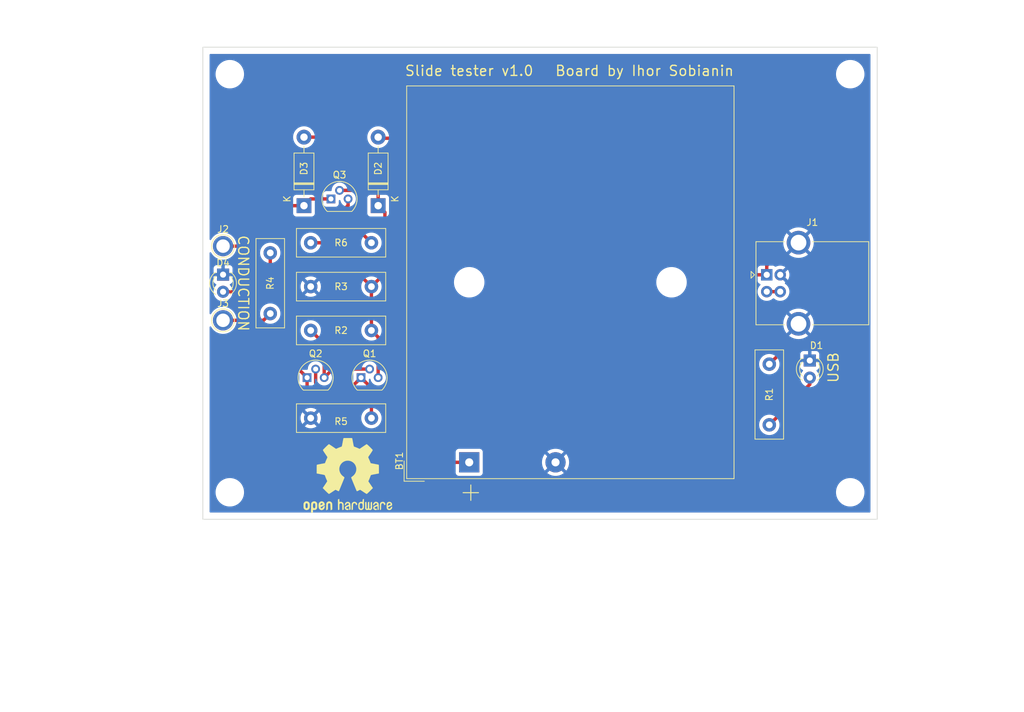
<source format=kicad_pcb>
(kicad_pcb (version 20211014) (generator pcbnew)
  (layers (0 "F.Cu" signal) (31 "B.Cu" signal) (34 "B.Paste" user) (35 "F.Paste" user) (36 "B.SilkS" user "B.Silkscreen") (37 "F.SilkS" user "F.Silkscreen") (38 "B.Mask" user) (39 "F.Mask" user) (44 "Edge.Cuts" user))
  (net 0 "")
  (net 1 "GND")
  (net 2 "Net-(D1-Pad2)")
  (net 3 "Net-(D2-Pad1)")
  (net 4 "Net-(D4-Pad2)")
  (net 5 "Net-(J1-Pad2)")
  (net 6 "Net-(D3-Pad1)")
  (net 7 "Net-(J3-Pad1)")
  (net 8 "Net-(Q1-Pad1)")
  (net 9 "Net-(Q1-Pad2)")
  (net 10 "Net-(BT1-Pad1)")
  (net 11 "Net-(Q3-Pad2)")
  (net 12 "Net-(D2-Pad2)")
  (footprint "Resistor_THT:R_Box_L13.0mm_W4.0mm_P9.00mm" (layer "F.Cu") (at 116 79)
    (fp_text reference "R6" (at 4.5 0) (layer "F.SilkS"))
    (fp_text value "22k")
    (fp_line (start -2.12 -2.12) (end -2.12 2.12) (layer "F.SilkS") (width 0.12))
    (fp_line (start -2.12 2.12) (end 11.12 2.12) (layer "F.SilkS") (width 0.12))
    (fp_line (start -2.12 -2.12) (end 11.12 -2.12) (layer "F.SilkS") (width 0.12))
    (fp_line (start 11.12 -2.12) (end 11.12 2.12) (layer "F.SilkS") (width 0.12))
    (pad "1" thru_hole circle (at 0 0) (size 2 2) (drill 1) (layers *.Cu *.Mask) (net 3 "Net-(D2-Pad1)"))
    (pad "2" thru_hole circle (at 9 0) (size 2 2) (drill 1) (layers *.Cu *.Mask) (net 11 "Net-(Q3-Pad2)"))
  )
  (footprint "Resistor_THT:R_Box_L13.0mm_W4.0mm_P9.00mm" (layer "F.Cu") (at 125 85.5 180)
    (fp_text reference "R3" (at 4.5 0) (layer "F.SilkS"))
    (fp_text value "10k")
    (fp_line (start -2.12 -2.12) (end 11.12 -2.12) (layer "F.SilkS") (width 0.12))
    (fp_line (start 11.12 -2.12) (end 11.12 2.12) (layer "F.SilkS") (width 0.12))
    (fp_line (start -2.12 2.12) (end 11.12 2.12) (layer "F.SilkS") (width 0.12))
    (fp_line (start -2.12 -2.12) (end -2.12 2.12) (layer "F.SilkS") (width 0.12))
    (pad "1" thru_hole circle (at 0 0 180) (size 2 2) (drill 1) (layers *.Cu *.Mask) (net 3 "Net-(D2-Pad1)"))
    (pad "2" thru_hole circle (at 9 0 180) (size 2 2) (drill 1) (layers *.Cu *.Mask) (net 1 "GND"))
  )
  (footprint "Package_TO_SOT_THT:TO-92" (layer "F.Cu") (at 115.46 99)
    (fp_text reference "Q2" (at 1.27 -3.56) (layer "F.SilkS"))
    (fp_text value "C32725")
    (fp_line (start -0.53 1.85) (end 3.07 1.85) (layer "F.SilkS") (width 0.12))
    (fp_arc (start 1.27 -2.6) (mid 3.672087 -0.994977) (end 3.108478 1.838478) (layer "F.SilkS") (width 0.12))
    (fp_arc (start -0.568478 1.838478) (mid -1.132087 -0.994977) (end 1.27 -2.6) (layer "F.SilkS") (width 0.12))
    (pad "1" thru_hole rect (at 0 0) (size 1.3 1.3) (drill 0.75) (layers *.Cu *.Mask) (net 10 "Net-(BT1-Pad1)"))
    (pad "2" thru_hole circle (at 1.27 -1.27) (size 1.3 1.3) (drill 0.75) (layers *.Cu *.Mask) (net 8 "Net-(Q1-Pad1)"))
    (pad "3" thru_hole circle (at 2.54 0) (size 1.3 1.3) (drill 0.75) (layers *.Cu *.Mask) (net 9 "Net-(Q1-Pad2)"))
  )
  (footprint "Package_TO_SOT_THT:TO-92" (layer "F.Cu") (at 119 72.5)
    (fp_text reference "Q3" (at 1.27 -3.56) (layer "F.SilkS"))
    (fp_text value "C32725")
    (fp_line (start -0.53 1.85) (end 3.07 1.85) (layer "F.SilkS") (width 0.12))
    (fp_arc (start 1.27 -2.6) (mid 3.672087 -0.994977) (end 3.108478 1.838478) (layer "F.SilkS") (width 0.12))
    (fp_arc (start -0.568478 1.838478) (mid -1.132087 -0.994977) (end 1.27 -2.6) (layer "F.SilkS") (width 0.12))
    (pad "1" thru_hole rect (at 0 0) (size 1.3 1.3) (drill 0.75) (layers *.Cu *.Mask) (net 6 "Net-(D3-Pad1)"))
    (pad "2" thru_hole circle (at 1.27 -1.27) (size 1.3 1.3) (drill 0.75) (layers *.Cu *.Mask) (net 11 "Net-(Q3-Pad2)"))
    (pad "3" thru_hole circle (at 2.54 0) (size 1.3 1.3) (drill 0.75) (layers *.Cu *.Mask) (net 10 "Net-(BT1-Pad1)"))
  )
  (footprint "TestPoint:TestPoint_Plated_Hole_D2.0mm" (layer "F.Cu") (at 103 79.5)
    (fp_text reference "J2" (at 0 -2.498) (layer "F.SilkS"))
    (fp_text value "Conn_01x01_Male")
    (fp_circle (center 0 0) (end 0 -1.7) (layer "F.SilkS") (width 0.12) (fill none))
    (pad "1" thru_hole circle (at 0 0) (size 3 3) (drill 2) (layers *.Cu *.Mask) (net 6 "Net-(D3-Pad1)"))
  )
  (footprint "MountingHole:MountingHole_3.2mm_M3_DIN965" (layer "F.Cu") (at 196 116)
    (fp_text reference "REF**" hide)
    (fp_text value "MountingHole_3.2mm_M3_DIN965")
    (pad "" np_thru_hole circle (at 0 0) (size 3.2 3.2) (drill 3.2) (layers *.Cu *.Mask))
  )
  (footprint "Symbol:OSHW-Logo2_14.6x12mm_SilkScreen" (layer "F.Cu") (at 121.5 113.5)
    (fp_text reference "REF**" hide)
    (fp_text value "OSHW-Logo2_14.6x12mm_SilkScreen" hide)
    (fp_poly (pts (xy 6.343439 3.95654) (xy 6.45895 4.032034) (xy 6.514664 4.099617) (xy 6.558804 4.222255) (xy 6.562309 4.319298) (xy 6.554368 4.449056) (xy 6.255115 4.580039) (xy 6.109611 4.646958) (xy 6.014537 4.70079) (xy 5.965101 4.747416) (xy 5.956511 4.79272) (xy 5.983972 4.842582) (xy 6.014253 4.875632) (xy 6.102363 4.928633) (xy 6.198196 4.932347) (xy 6.286212 4.891041) (xy 6.350869 4.808983) (xy 6.362433 4.780008) (xy 6.417825 4.689509) (xy 6.481553 4.65094) (xy 6.568966 4.617946) (xy 6.568966 4.743034) (xy 6.561238 4.828156) (xy 6.530966 4.899938) (xy 6.467518 4.982356) (xy 6.458088 4.993066) (xy 6.387513 5.066391) (xy 6.326847 5.105742) (xy 6.25095 5.123845) (xy 6.18803 5.129774) (xy 6.075487 5.131251) (xy 5.99537 5.112535) (xy 5.94539 5.084747) (xy 5.866838 5.023641) (xy 5.812463 4.957554) (xy 5.778052 4.874441) (xy 5.759388 4.762254) (xy 5.752256 4.608946) (xy 5.751687 4.531136) (xy 5.753622 4.437853) (xy 5.929899 4.437853) (xy 5.931944 4.487896) (xy 5.937039 4.496092) (xy 5.970666 4.484958) (xy 6.04303 4.455493) (xy 6.139747 4.413601) (xy 6.159973 4.404597) (xy 6.282203 4.342442) (xy 6.349547 4.287815) (xy 6.364348 4.236649) (xy 6.328947 4.184876) (xy 6.299711 4.162) (xy 6.194216 4.11625) (xy 6.095476 4.123808) (xy 6.012812 4.179651) (xy 5.955548 4.278753) (xy 5.937188 4.357414) (xy 5.929899 4.437853) (xy 5.753622 4.437853) (xy 5.755459 4.349351) (xy 5.769359 4.214853) (xy 5.796894 4.116916) (xy 5.841572 4.044811) (xy 5.906901 3.987813) (xy 5.935383 3.969393) (xy 6.064763 3.921422) (xy 6.206412 3.918403) (xy 6.343439 3.95654)) (layer "F.SilkS") (width 0.01) (fill solid))
    (fp_poly (pts (xy -5.951779 3.866015) (xy -5.814939 3.937968) (xy -5.713949 4.053766) (xy -5.678075 4.128213) (xy -5.650161 4.239992) (xy -5.635871 4.381227) (xy -5.634516 4.535371) (xy -5.645405 4.685879) (xy -5.667847 4.816205) (xy -5.70115 4.909803) (xy -5.711385 4.925922) (xy -5.832618 5.046249) (xy -5.976613 5.118317) (xy -6.132861 5.139408) (xy -6.290852 5.106802) (xy -6.33482 5.087253) (xy -6.420444 5.027012) (xy -6.495592 4.947135) (xy -6.502694 4.937004) (xy -6.531561 4.888181) (xy -6.550643 4.83599) (xy -6.561916 4.767285) (xy -6.567355 4.668918) (xy -6.568938 4.527744) (xy -6.568965 4.496092) (xy -6.568893 4.486019) (xy -6.277011 4.486019) (xy -6.275313 4.619256) (xy -6.268628 4.707674) (xy -6.254575 4.764785) (xy -6.230771 4.804102) (xy -6.218621 4.817241) (xy -6.148764 4.867172) (xy -6.080941 4.864895) (xy -6.012365 4.821584) (xy -5.971465 4.775346) (xy -5.947242 4.707857) (xy -5.933639 4.601433) (xy -5.932706 4.58902) (xy -5.930384 4.396147) (xy -5.95465 4.2529) (xy -6.005176 4.16016) (xy -6.081632 4.118807) (xy -6.108924 4.116552) (xy -6.180589 4.127893) (xy -6.22961 4.167184) (xy -6.259582 4.242326) (xy -6.274101 4.361222) (xy -6.277011 4.486019) (xy -6.568893 4.486019) (xy -6.567878 4.345659) (xy -6.563312 4.240549) (xy -6.553312 4.167714) (xy -6.535921 4.114108) (xy -6.509184 4.066681) (xy -6.503276 4.057864) (xy -6.403968 3.939007) (xy -6.295758 3.870008) (xy -6.164019 3.842619) (xy -6.119283 3.841281) (xy -5.951779 3.866015)) (layer "F.SilkS") (width 0.01) (fill solid))
    (fp_poly (pts (xy 5.33569 3.940018) (xy 5.370585 3.955269) (xy 5.453877 4.021235) (xy 5.525103 4.116618) (xy 5.569153 4.218406) (xy 5.576322 4.268587) (xy 5.552285 4.338647) (xy 5.499561 4.375717) (xy 5.443031 4.398164) (xy 5.417146 4.4023) (xy 5.404542 4.372283) (xy 5.379654 4.306961) (xy 5.368735 4.277445) (xy 5.307508 4.175348) (xy 5.218861 4.124423) (xy 5.105193 4.125989) (xy 5.096774 4.127994) (xy 5.036088 4.156767) (xy 4.991474 4.212859) (xy 4.961002 4.303163) (xy 4.942744 4.434571) (xy 4.934771 4.613974) (xy 4.934023 4.709433) (xy 4.933652 4.859913) (xy 4.931223 4.962495) (xy 4.92476 5.027672) (xy 4.912288 5.065938) (xy 4.891833 5.087785) (xy 4.861419 5.103707) (xy 4.859661 5.104509) (xy 4.801091 5.129272) (xy 4.772075 5.138391) (xy 4.767616 5.110822) (xy 4.763799 5.03462) (xy 4.760899 4.919541) (xy 4.759191 4.775341) (xy 4.758851 4.669814) (xy 4.760588 4.465613) (xy 4.767382 4.310697) (xy 4.781607 4.196024) (xy 4.805638 4.112551) (xy 4.841848 4.051236) (xy 4.892612 4.003034) (xy 4.942739 3.969393) (xy 5.063275 3.924619) (xy 5.203557 3.914521) (xy 5.33569 3.940018)) (layer "F.SilkS") (width 0.01) (fill solid))
    (fp_poly (pts (xy -4.8281 3.861903) (xy -4.71655 3.917522) (xy -4.618092 4.019931) (xy -4.590977 4.057864) (xy -4.561438 4.1075) (xy -4.542272 4.161412) (xy -4.531307 4.233364) (xy -4.526371 4.337122) (xy -4.525287 4.474101) (xy -4.530182 4.661815) (xy -4.547196 4.802758) (xy -4.579823 4.907908) (xy -4.631558 4.988243) (xy -4.705896 5.054741) (xy -4.711358 5.058678) (xy -4.78462 5.098953) (xy -4.87284 5.11888) (xy -4.985038 5.123793) (xy -5.167433 5.123793) (xy -5.167509 5.300857) (xy -5.169207 5.39947) (xy -5.17955 5.457314) (xy -5.206578 5.492006) (xy -5.258332 5.521164) (xy -5.270761 5.527121) (xy -5.328923 5.555039) (xy -5.373956 5.572672) (xy -5.407441 5.574194) (xy -5.430962 5.553781) (xy -5.4461 5.505607) (xy -5.454437 5.423846) (xy -5.457556 5.302672) (xy -5.45704 5.13626) (xy -5.454471 4.918785) (xy -5.453668 4.853736) (xy -5.450778 4.629502) (xy -5.448188 4.482821) (xy -5.167586 4.482821) (xy -5.166009 4.607326) (xy -5.159 4.688787) (xy -5.143142 4.742515) (xy -5.115019 4.783823) (xy -5.095925 4.803971) (xy -5.017865 4.862921) (xy -4.948753 4.86772) (xy -4.87744 4.819038) (xy -4.875632 4.817241) (xy -4.846617 4.779618) (xy -4.828967 4.728484) (xy -4.820064 4.649738) (xy -4.817291 4.529276) (xy -4.817241 4.502588) (xy -4.823942 4.336583) (xy -4.845752 4.221505) (xy -4.885235 4.151254) (xy -4.944956 4.119729) (xy -4.979472 4.116552) (xy -5.061389 4.13146) (xy -5.117579 4.180548) (xy -5.151402 4.270362) (xy -5.16622 4.407445) (xy -5.167586 4.482821) (xy -5.448188 4.482821) (xy -5.447713 4.455952) (xy -5.443753 4.325382) (xy -5.438174 4.230087) (xy -5.430254 4.162364) (xy -5.419269 4.114507) (xy -5.404499 4.078813) (xy -5.385218 4.047578) (xy -5.376951 4.035824) (xy -5.267288 3.924797) (xy -5.128635 3.861847) (xy -4.968246 3.844297) (xy -4.8281 3.861903)) (layer "F.SilkS") (width 0.01) (fill solid))
    (fp_poly (pts (xy -3.684448 3.884676) (xy -3.569342 3.962111) (xy -3.480389 4.073949) (xy -3.427251 4.216265) (xy -3.416503 4.321015) (xy -3.417724 4.364726) (xy -3.427944 4.398194) (xy -3.456039 4.428179) (xy -3.510884 4.46144) (xy -3.601355 4.504738) (xy -3.736328 4.564833) (xy -3.737011 4.565134) (xy -3.861249 4.622037) (xy -3.963127 4.672565) (xy -4.032233 4.71128) (xy -4.058154 4.73274) (xy -4.058161 4.732913) (xy -4.035315 4.779644) (xy -3.981891 4.831154) (xy -3.920558 4.868261) (xy -3.889485 4.875632) (xy -3.804711 4.850138) (xy -3.731707 4.786291) (xy -3.696087 4.716094) (xy -3.66182 4.664343) (xy -3.594697 4.605409) (xy -3.515792 4.554496) (xy -3.446179 4.526809) (xy -3.431623 4.525287) (xy -3.415237 4.550321) (xy -3.41425 4.614311) (xy -3.426292 4.700593) (xy -3.448993 4.792501) (xy -3.479986 4.873369) (xy -3.481552 4.876509) (xy -3.574819 5.006734) (xy -3.695696 5.095311) (xy -3.832973 5.138786) (xy -3.97544 5.133706) (xy -4.111888 5.076616) (xy -4.117955 5.072602) (xy -4.22529 4.975326) (xy -4.295868 4.848409) (xy -4.334926 4.681526) (xy -4.340168 4.634639) (xy -4.349452 4.413329) (xy -4.338322 4.310124) (xy -4.058161 4.310124) (xy -4.054521 4.374503) (xy -4.034611 4.393291) (xy -3.984974 4.379235) (xy -3.906733 4.346009) (xy -3.819274 4.304359) (xy -3.817101 4.303256) (xy -3.74297 4.264265) (xy -3.713219 4.238244) (xy -3.720555 4.210965) (xy -3.751447 4.175121) (xy -3.83004 4.123251) (xy -3.914677 4.119439) (xy -3.990597 4.157189) (xy -4.043035 4.230001) (xy -4.058161 4.310124) (xy -4.338322 4.310124) (xy -4.330356 4.236261) (xy -4.281366 4.095829) (xy -4.213164 3.997447) (xy -4.090065 3.89803) (xy -3.954472 3.848711) (xy -3.816045 3.845568) (xy -3.684448 3.884676)) (layer "F.SilkS") (width 0.01) (fill solid))
    (fp_poly (pts (xy 1.065943 3.92192) (xy 1.198565 3.970859) (xy 1.30601 4.057419) (xy 1.348032 4.118352) (xy 1.393843 4.230161) (xy 1.392891 4.311006) (xy 1.344808 4.365378) (xy 1.327017 4.374624) (xy 1.250204 4.40345) (xy 1.210976 4.396065) (xy 1.197689 4.347658) (xy 1.197012 4.32092) (xy 1.172686 4.222548) (xy 1.109281 4.153734) (xy 1.021154 4.120498) (xy 0.922663 4.128861) (xy 0.842602 4.172296) (xy 0.815561 4.197072) (xy 0.796394 4.227129) (xy 0.783446 4.272565) (xy 0.775064 4.343476) (xy 0.769593 4.44996) (xy 0.765378 4.602112) (xy 0.764287 4.650287) (xy 0.760307 4.815095) (xy 0.755781 4.931088) (xy 0.748995 5.007833) (xy 0.738231 5.054893) (xy 0.721773 5.081835) (xy 0.697906 5.098223) (xy 0.682626 5.105463) (xy 0.617733 5.13022) (xy 0.579534 5.138391) (xy 0.566912 5.111103) (xy 0.559208 5.028603) (xy 0.55638 4.889941) (xy 0.558386 4.694162) (xy 0.559011 4.663965) (xy 0.563421 4.485349) (xy 0.568635 4.354923) (xy 0.576055 4.262492) (xy 0.587082 4.197858) (xy 0.603117 4.150825) (xy 0.625561 4.111196) (xy 0.637302 4.094215) (xy 0.704619 4.01908) (xy 0.77991 3.960638) (xy 0.789128 3.955536) (xy 0.924133 3.91526) (xy 1.065943 3.92192)) (layer "F.SilkS") (width 0.01) (fill solid))
    (fp_poly (pts (xy -2.582571 3.877719) (xy -2.488877 3.931914) (xy -2.423736 3.985707) (xy -2.376093 4.042066) (xy -2.343272 4.110987) (xy -2.322594 4.202468) (xy -2.31138 4.326506) (xy -2.306951 4.493098) (xy -2.306437 4.612851) (xy -2.306437 5.053659) (xy -2.430517 5.109283) (xy -2.554598 5.164907) (xy -2.569195 4.682095) (xy -2.575227 4.501779) (xy -2.581555 4.370901) (xy -2.589394 4.280511) (xy -2.599963 4.221664) (xy -2.614477 4.185413) (xy -2.634152 4.16281) (xy -2.640465 4.157917) (xy -2.736112 4.119706) (xy -2.832793 4.134827) (xy -2.890345 4.174943) (xy -2.913755 4.20337) (xy -2.929961 4.240672) (xy -2.940259 4.297223) (xy -2.945951 4.383394) (xy -2.948336 4.509558) (xy -2.948736 4.641042) (xy -2.948814 4.805999) (xy -2.951639 4.922761) (xy -2.961093 5.00151) (xy -2.98106 5.052431) (xy -3.015424 5.085706) (xy -3.068068 5.11152) (xy -3.138383 5.138344) (xy -3.21518 5.167542) (xy -3.206038 4.649346) (xy -3.202357 4.462539) (xy -3.19805 4.32449) (xy -3.191877 4.225568) (xy -3.182598 4.156145) (xy -3.168973 4.10659) (xy -3.149761 4.067273) (xy -3.126598 4.032584) (xy -3.014848 3.92177) (xy -2.878487 3.857689) (xy -2.730175 3.842339) (xy -2.582571 3.877719)) (layer "F.SilkS") (width 0.01) (fill solid))
    (fp_poly (pts (xy 3.580124 3.93984) (xy 3.584579 4.016653) (xy 3.588071 4.133391) (xy 3.590315 4.280821) (xy 3.591035 4.435455) (xy 3.591035 4.958727) (xy 3.498645 5.051117) (xy 3.434978 5.108047) (xy 3.379089 5.131107) (xy 3.302702 5.129647) (xy 3.27238 5.125934) (xy 3.17761 5.115126) (xy 3.099222 5.108933) (xy 3.080115 5.108361) (xy 3.015699 5.112102) (xy 2.923571 5.121494) (xy 2.88785 5.125934) (xy 2.800114 5.132801) (xy 2.741153 5.117885) (xy 2.68269 5.071835) (xy 2.661585 5.051117) (xy 2.569195 4.958727) (xy 2.569195 3.979947) (xy 2.643558 3.946066) (xy 2.70759 3.92097) (xy 2.745052 3.912184) (xy 2.754657 3.93995) (xy 2.763635 4.01753) (xy 2.771386 4.136348) (xy 2.777314 4.287828) (xy 2.780173 4.415805) (xy 2.788161 4.919425) (xy 2.857848 4.929278) (xy 2.921229 4.922389) (xy 2.952286 4.900083) (xy 2.960967 4.858379) (xy 2.968378 4.769544) (xy 2.973931 4.644834) (xy 2.977036 4.495507) (xy 2.977484 4.418661) (xy 2.977931 3.976287) (xy 3.069874 3.944235) (xy 3.134949 3.922443) (xy 3.170347 3.912281) (xy 3.171368 3.912184) (xy 3.17492 3.939809) (xy 3.178823 4.016411) (xy 3.182751 4.132579) (xy 3.186376 4.278904) (xy 3.188908 4.415805) (xy 3.196897 4.919425) (xy 3.372069 4.919425) (xy 3.380107 4.459965) (xy 3.388146 4.000505) (xy 3.473543 3.956344) (xy 3.536593 3.926019) (xy 3.57391 3.912258) (xy 3.574987 3.912184) (xy 3.580124 3.93984)) (layer "F.SilkS") (width 0.01) (fill solid))
    (fp_poly (pts (xy 2.393914 4.154455) (xy 2.393543 4.372661) (xy 2.392108 4.540519) (xy 2.389002 4.66607) (xy 2.383622 4.757355) (xy 2.375362 4.822415) (xy 2.363616 4.869291) (xy 2.347781 4.906024) (xy 2.33579 4.926991) (xy 2.23649 5.040694) (xy 2.110588 5.111965) (xy 1.971291 5.137538) (xy 1.831805 5.11415) (xy 1.748743 5.072119) (xy 1.661545 4.999411) (xy 1.602117 4.910612) (xy 1.566261 4.79432) (xy 1.549781 4.639135) (xy 1.547447 4.525287) (xy 1.547761 4.517106) (xy 1.751724 4.517106) (xy 1.75297 4.647657) (xy 1.758678 4.73408) (xy 1.771804 4.790618) (xy 1.795306 4.831514) (xy 1.823386 4.862362) (xy 1.917688 4.921905) (xy 2.01894 4.926992) (xy 2.114636 4.877279) (xy 2.122084 4.870543) (xy 2.153874 4.835502) (xy 2.173808 4.793811) (xy 2.1846 4.731762) (xy 2.188965 4.635644) (xy 2.189655 4.529379) (xy 2.188159 4.39588) (xy 2.181964 4.306822) (xy 2.168514 4.248293) (xy 2.145251 4.206382) (xy 2.126175 4.184123) (xy 2.037563 4.127985) (xy 1.935508 4.121235) (xy 1.838095 4.164114) (xy 1.819296 4.180032) (xy 1.787293 4.215382) (xy 1.767318 4.257502) (xy 1.756593 4.320251) (xy 1.752339 4.417487) (xy 1.751724 4.517106) (xy 1.547761 4.517106) (xy 1.554504 4.341947) (xy 1.578472 4.204195) (xy 1.623548 4.100632) (xy 1.693928 4.019856) (xy 1.748743 3.978455) (xy 1.848376 3.933728) (xy 1.963855 3.912967) (xy 2.071199 3.918525) (xy 2.131264 3.940943) (xy 2.154835 3.947323) (xy 2.170477 3.923535) (xy 2.181395 3.859788) (xy 2.189655 3.762687) (xy 2.198699 3.654541) (xy 2.211261 3.589475) (xy 2.234119 3.552268) (xy 2.274051 3.527699) (xy 2.299138 3.516819) (xy 2.394023 3.477072) (xy 2.393914 4.154455)) (layer "F.SilkS") (width 0.01) (fill solid))
    (fp_poly (pts (xy 0.079944 3.92436) (xy 0.194343 3.966842) (xy 0.195652 3.967658) (xy 0.266403 4.01973) (xy 0.318636 4.080584) (xy 0.355371 4.159887) (xy 0.379634 4.267309) (xy 0.394445 4.412517) (xy 0.402829 4.605179) (xy 0.403564 4.632628) (xy 0.41412 5.046521) (xy 0.325291 5.092456) (xy 0.261018 5.123498) (xy 0.22221 5.138206) (xy 0.220415 5.138391) (xy 0.2137 5.11125) (xy 0.208365 5.038041) (xy 0.205083 4.931081) (xy 0.204368 4.844469) (xy 0.204351 4.704162) (xy 0.197937 4.616051) (xy 0.17558 4.574025) (xy 0.127732 4.571975) (xy 0.044849 4.60379) (xy -0.080287 4.662272) (xy -0.172303 4.710845) (xy -0.219629 4.752986) (xy -0.233542 4.798916) (xy -0.233563 4.801189) (xy -0.210605 4.880311) (xy -0.14263 4.923055) (xy -0.038602 4.929246) (xy 0.03633 4.928172) (xy 0.075839 4.949753) (xy 0.100478 5.001591) (xy 0.114659 5.067632) (xy 0.094223 5.105104) (xy 0.086528 5.110467) (xy 0.014083 5.132006) (xy -0.087367 5.135055) (xy -0.191843 5.120778) (xy -0.265875 5.094688) (xy -0.368228 5.007785) (xy -0.426409 4.886816) (xy -0.437931 4.792308) (xy -0.429138 4.707062) (xy -0.39732 4.637476) (xy -0.334316 4.575672) (xy -0.231969 4.513772) (xy -0.082118 4.443897) (xy -0.072988 4.439948) (xy 0.061997 4.377588) (xy 0.145294 4.326446) (xy 0.180997 4.280488) (xy 0.173203 4.233683) (xy 0.126007 4.179998) (xy 0.111894 4.167644) (xy 0.017359 4.119741) (xy -0.080594 4.121758) (xy -0.165903 4.168724) (xy -0.222504 4.255669) (xy -0.227763 4.272734) (xy -0.278977 4.355504) (xy -0.343963 4.395372) (xy -0.437931 4.434882) (xy -0.437931 4.332658) (xy -0.409347 4.184072) (xy -0.324505 4.047784) (xy -0.280355 4.002191) (xy -0.179995 3.943674) (xy -0.052365 3.917184) (xy 0.079944 3.92436)) (layer "F.SilkS") (width 0.01) (fill solid))
    (fp_poly (pts (xy 0.209014 -5.547002) (xy 0.367006 -5.546137) (xy 0.481347 -5.543795) (xy 0.559407 -5.539238) (xy 0.608554 -5.53173) (xy 0.636159 -5.520534) (xy 0.649592 -5.504912) (xy 0.656221 -5.484127) (xy 0.656865 -5.481437) (xy 0.666935 -5.432887) (xy 0.685575 -5.337095) (xy 0.710845 -5.204257) (xy 0.740807 -5.044569) (xy 0.773522 -4.868226) (xy 0.774664 -4.862033) (xy 0.807433 -4.689218) (xy 0.838093 -4.536531) (xy 0.864664 -4.413129) (xy 0.885167 -4.328169) (xy 0.897626 -4.29081) (xy 0.89822 -4.290148) (xy 0.934919 -4.271905) (xy 1.010586 -4.241503) (xy 1.108878 -4.205507) (xy 1.109425 -4.205315) (xy 1.233233 -4.158778) (xy 1.379196 -4.099496) (xy 1.516781 -4.039891) (xy 1.523293 -4.036944) (xy 1.74739 -3.935235) (xy 2.243619 -4.274103) (xy 2.395846 -4.377408) (xy 2.533741 -4.469763) (xy 2.649315 -4.545916) (xy 2.734579 -4.600615) (xy 2.781544 -4.628607) (xy 2.786004 -4.630683) (xy 2.820134 -4.62144) (xy 2.883881 -4.576844) (xy 2.979731 -4.494791) (xy 3.110169 -4.373179) (xy 3.243328 -4.243795) (xy 3.371694 -4.116298) (xy 3.486581 -3.999954) (xy 3.581073 -3.901948) (xy 3.648253 -3.829464) (xy 3.681206 -3.789687) (xy 3.682432 -3.787639) (xy 3.686074 -3.760344) (xy 3.67235 -3.715766) (xy 3.637869 -3.647888) (xy 3.579239 -3.550689) (xy 3.49307 -3.418149) (xy 3.3782 -3.247524) (xy 3.276254 -3.097345) (xy 3.185123 -2.96265) (xy 3.110073 -2.85126) (xy 3.056369 -2.770995) (xy 3.02928 -2.729675) (xy 3.027574 -2.72687) (xy 3.030882 -2.687279) (xy 3.055953 -2.610331) (xy 3.097798 -2.510568) (xy 3.112712 -2.478709) (xy 3.177786 -2.336774) (xy 3.247212 -2.175727) (xy 3.303609 -2.036379) (xy 3.344247 -1.932956) (xy 3.376526 -1.854358) (xy 3.395178 -1.81328) (xy 3.397497 -1.810115) (xy 3.431803 -1.804872) (xy 3.512669 -1.790506) (xy 3.629343 -1.769063) (xy 3.771075 -1.742587) (xy 3.92711 -1.713123) (xy 4.086698 -1.682717) (xy 4.239085 -1.653412) (xy 4.373521 -1.627255) (xy 4.479252 -1.60629) (xy 4.545526 -1.592561) (xy 4.561782 -1.58868) (xy 4.578573 -1.5791) (xy 4.591249 -1.557464) (xy 4.600378 -1.516469) (xy 4.606531 -1.448811) (xy 4.61028 -1.347188) (xy 4.612192 -1.204297) (xy 4.61284 -1.012835) (xy 4.612874 -0.934355) (xy 4.612874 -0.296094) (xy 4.459598 -0.26584) (xy 4.374322 -0.249436) (xy 4.24707 -0.225491) (xy 4.093315 -0.196893) (xy 3.928534 -0.166533) (xy 3.882989 -0.158194) (xy 3.730932 -0.12863) (xy 3.598468 -0.099558) (xy 3.496714 -0.073671) (xy 3.436788 -0.053663) (xy 3.426805 -0.047699) (xy 3.402293 -0.005466) (xy 3.367148 0.07637) (xy 3.328173 0.181683) (xy 3.320442 0.204368) (xy 3.26936 0.345018) (xy 3.205954 0.503714) (xy 3.143904 0.646225) (xy 3.143598 0.646886) (xy 3.040267 0.87044) (xy 3.719961 1.870232) (xy 3.283621 2.3073) (xy 3.151649 2.437381) (xy 3.031279 2.552048) (xy 2.929273 2.645181) (xy 2.852391 2.710658) (xy 2.807393 2.742357) (xy 2.800938 2.744368) (xy 2.76304 2.728529) (xy 2.685708 2.684496) (xy 2.577389 2.61749) (xy 2.446532 2.532734) (xy 2.305052 2.437816) (xy 2.161461 2.340998) (xy 2.033435 2.256751) (xy 1.929105 2.190258) (xy 1.8566 2.146702) (xy 1.824158 2.131264) (xy 1.784576 2.144328) (xy 1.709519 2.17875) (xy 1.614468 2.22738) (xy 1.604392 2.232785) (xy 1.476391 2.29698) (xy 1.388618 2.328463) (xy 1.334028 2.328798) (xy 1.305575 2.299548) (xy 1.30541 2.299138) (xy 1.291188 2.264498) (xy 1.257269 2.182269) (xy 1.206284 2.058814) (xy 1.140862 1.900498) (xy 1.063634 1.713686) (xy 0.977229 1.504742) (xy 0.893551 1.302446) (xy 0.801588 1.0792) (xy 0.71715 0.872392) (xy 0.642769 0.688362) (xy 0.580974 0.533451) (xy 0.534297 0.413996) (xy 0.505268 0.336339) (xy 0.496322 0.307356) (xy 0.518756 0.27411) (xy 0.577439 0.221123) (xy 0.655689 0.162704) (xy 0.878534 -0.022048) (xy 1.052718 -0.233818) (xy 1.176154 -0.468144) (xy 1.246754 -0.720566) (xy 1.262431 -0.986623) (xy 1.251036 -1.109425) (xy 1.18895 -1.364207) (xy 1.082023 -1.589199) (xy 0.936889 -1.782183) (xy 0.760178 -1.940939) (xy 0.558522 -2.06325) (xy 0.338554 -2.146895) (xy 0.106906 -2.189656) (xy -0.129791 -2.189313) (xy -0.364905 -2.143648) (xy -0.591804 -2.050441) (xy -0.803856 -1.907473) (xy -0.892364 -1.826617) (xy -1.062111 -1.618993) (xy -1.180301 -1.392105) (xy -1.247722 -1.152567) (xy -1.26516 -0.906993) (xy -1.233402 -0.661997) (xy -1.153235 -0.424192) (xy -1.025445 -0.200193) (xy -0.85082 0.003387) (xy -0.655688 0.162704) (xy -0.574409 0.223602) (xy -0.516991 0.276015) (xy -0.496322 0.307406) (xy -0.507144 0.341639) (xy -0.537923 0.423419) (xy -0.586126 0.546407) (xy -0.649222 0.704263) (xy -0.724678 0.890649) (xy -0.809962 1.099226) (xy -0.893781 1.302496) (xy -0.986255 1.525933) (xy -1.071911 1.732984) (xy -1.148118 1.917286) (xy -1.212247 2.072475) (xy -1.261668 2.192188) (xy -1.293752 2.270061) (xy -1.305641 2.299138) (xy -1.333726 2.328677) (xy -1.388051 2.328591) (xy -1.475605 2.297326) (xy -1.603381 2.233329) (xy -1.604392 2.232785) (xy -1.700598 2.183121) (xy -1.778369 2.146945) (xy -1.822223 2.131408) (xy -1.824158 2.131264) (xy -1.857171 2.147024) (xy -1.930054 2.19085) (xy -2.034678 2.257557) (xy -2.16291 2.341964) (xy -2.305052 2.437816) (xy -2.449767 2.534867) (xy -2.580196 2.61927) (xy -2.68789 2.685801) (xy -2.764402 2.729238) (xy -2.800938 2.744368) (xy -2.834582 2.724482) (xy -2.902224 2.668903) (xy -2.997107 2.583754) (xy -3.11247 2.475153) (xy -3.241555 2.349221) (xy -3.283771 2.307149) (xy -3.720261 1.869931) (xy -3.388023 1.38234) (xy -3.287054 1.232605) (xy -3.198438 1.09822) (xy -3.127146 0.986969) (xy -3.07815 0.906639) (xy -3.056422 0.865014) (xy -3.055785 0.862053) (xy -3.06724 0.822818) (xy -3.098051 0.743895) (xy -3.142884 0.638509) (xy -3.174353 0.567954) (xy -3.233192 0.432876) (xy -3.288604 0.296409) (xy -3.331564 0.181103) (xy -3.343234 0.145977) (xy -3.376389 0.052174) (xy -3.408799 -0.020306) (xy -3.426601 -0.047699) (xy -3.465886 -0.064464) (xy -3.551626 -0.08823) (xy -3.672697 -0.116303) (xy -3.817973 -0.145991) (xy -3.882988 -0.158194) (xy -4.048087 -0.188532) (xy -4.206448 -0.217907) (xy -4.342596 -0.243431) (xy -4.441057 -0.262215) (xy -4.459598 -0.26584) (xy -4.612873 -0.296094) (xy -4.612873 -0.934355) (xy -4.612529 -1.14423) (xy -4.611116 -1.30302) (xy -4.608064 -1.418027) (xy -4.602803 -1.496554) (xy -4.594763 -1.545904) (xy -4.583373 -1.573381) (xy -4.568063 -1.586287) (xy -4.561782 -1.58868) (xy -4.523896 -1.597167) (xy -4.440195 -1.6141) (xy -4.321433 -1.637434) (xy -4.178361 -1.665125) (xy -4.021732 -1.695127) (xy -3.862297 -1.725396) (xy -3.710809 -1.753885) (xy -3.578019 -1.778551) (xy -3.474681 -1.797349) (xy -3.411545 -1.808233) (xy -3.397497 -1.810115) (xy -3.38477 -1.835296) (xy -3.3566 -1.902378) (xy -3.318252 -1.998667) (xy -3.303609 -2.036379) (xy -3.244548 -2.182079) (xy -3.175 -2.343049) (xy -3.112712 -2.478709) (xy -3.066879 -2.582439) (xy -3.036387 -2.667674) (xy -3.026208 -2.719874) (xy -3.027831 -2.72687) (xy -3.049343 -2.759898) (xy -3.098465 -2.833357) (xy -3.169923 -2.939423) (xy -3.258445 -3.070274) (xy -3.358759 -3.218088) (xy -3.378594 -3.247266) (xy -3.494988 -3.420137) (xy -3.580548 -3.551774) (xy -3.638684 -3.648239) (xy -3.672808 -3.715592) (xy -3.686331 -3.759894) (xy -3.682664 -3.787206) (xy -3.68257 -3.78738) (xy -3.653707 -3.823254) (xy -3.589867 -3.892609) (xy -3.497969 -3.988255) (xy -3.384933 -4.103001) (xy -3.257679 -4.229659) (xy -3.243328 -4.243795) (xy -3.082957 -4.399097) (xy -2.959195 -4.51313) (xy -2.869555 -4.587998) (xy -2.811552 -4.625804) (xy -2.786004 -4.630683) (xy -2.748718 -4.609397) (xy -2.671343 -4.560227) (xy -2.561867 -4.488425) (xy -2.42828 -4.399245) (xy -2.27857 -4.297937) (xy -2.243618 -4.274103) (xy -1.74739 -3.935235) (xy -1.523293 -4.036944) (xy -1.387011 -4.096217) (xy -1.240724 -4.15583) (xy -1.114965 -4.20336) (xy -1.109425 -4.205315) (xy -1.011057 -4.241323) (xy -0.935229 -4.271771) (xy -0.898282 -4.290095) (xy -0.89822 -4.290148) (xy -0.886496 -4.323271) (xy -0.866568 -4.404733) (xy -0.840413 -4.525375) (xy -0.81001 -4.676041) (xy -0.777337 -4.847572) (xy -0.774664 -4.862033) (xy -0.74189 -5.038765) (xy -0.711802 -5.19919) (xy -0.686339 -5.333112) (xy -0.667441 -5.430337) (xy -0.657047 -5.480668) (xy -0.656865 -5.481437) (xy -0.650539 -5.502847) (xy -0.638239 -5.519012) (xy -0.612594 -5.530669) (xy -0.566235 -5.538555) (xy -0.491792 -5.543407) (xy -0.381895 -5.545961) (xy -0.229175 -5.546955) (xy -0.026262 -5.547126) (xy 0 -5.547126) (xy 0.209014 -5.547002)) (layer "F.SilkS") (width 0.01) (fill solid))
    (fp_poly (pts (xy 4.314406 3.935156) (xy 4.398469 3.973393) (xy 4.46445 4.019726) (xy 4.512794 4.071532) (xy 4.546172 4.138363) (xy 4.567253 4.229769) (xy 4.578707 4.355301) (xy 4.583203 4.524508) (xy 4.583678 4.635933) (xy 4.583678 5.070627) (xy 4.509316 5.104509) (xy 4.450746 5.129272) (xy 4.42173 5.138391) (xy 4.416179 5.111257) (xy 4.411775 5.038094) (xy 4.409078 4.931263) (xy 4.408506 4.846437) (xy 4.406046 4.723887) (xy 4.399412 4.626668) (xy 4.389726 4.567134) (xy 4.382032 4.554483) (xy 4.330311 4.567402) (xy 4.249117 4.600539) (xy 4.155102 4.645461) (xy 4.064917 4.693735) (xy 3.995215 4.736928) (xy 3.962648 4.766608) (xy 3.962519 4.766929) (xy 3.96532 4.821857) (xy 3.990439 4.874292) (xy 4.034541 4.916881) (xy 4.098909 4.931126) (xy 4.153921 4.929466) (xy 4.231835 4.928245) (xy 4.272732 4.946498) (xy 4.297295 4.994726) (xy 4.300392 5.00382) (xy 4.31104 5.072598) (xy 4.282565 5.11436) (xy 4.208344 5.134263) (xy 4.128168 5.137944) (xy 3.98389 5.110658) (xy 3.909203 5.07169) (xy 3.816963 4.980148) (xy 3.768043 4.867782) (xy 3.763654 4.749051) (xy 3.805001 4.638411) (xy 3.867197 4.56908) (xy 3.929294 4.530265) (xy 4.026895 4.481125) (xy 4.140632 4.431292) (xy 4.15959 4.423677) (xy 4.284521 4.368545) (xy 4.356539 4.319954) (xy 4.3797 4.271647) (xy 4.358064 4.21737) (xy 4.32092 4.174943) (xy 4.233127 4.122702) (xy 4.13653 4.118784) (xy 4.047944 4.159041) (xy 3.984186 4.239326) (xy 3.975817 4.26004) (xy 3.927096 4.336225) (xy 3.855965 4.392785) (xy 3.766207 4.439201) (xy 3.766207 4.307584) (xy 3.77149 4.227168) (xy 3.794142 4.163786) (xy 3.844367 4.096163) (xy 3.892582 4.044076) (xy 3.967554 3.970322) (xy 4.025806 3.930702) (xy 4.088372 3.91481) (xy 4.159193 3.912184) (xy 4.314406 3.935156)) (layer "F.SilkS") (width 0.01) (fill solid))
    (fp_poly (pts (xy -1.255402 3.723857) (xy -1.246846 3.843188) (xy -1.237019 3.913506) (xy -1.223401 3.944179) (xy -1.203473 3.944571) (xy -1.197011 3.94091) (xy -1.11106 3.914398) (xy -0.999255 3.915946) (xy -0.885586 3.943199) (xy -0.81449 3.978455) (xy -0.741595 4.034778) (xy -0.688307 4.098519) (xy -0.651725 4.17951) (xy -0.62895 4.287586) (xy -0.617081 4.43258) (xy -0.613218 4.624326) (xy -0.613149 4.661109) (xy -0.613103 5.074288) (xy -0.705046 5.106339) (xy -0.770348 5.128144) (xy -0.806176 5.138297) (xy -0.80723 5.138391) (xy -0.810758 5.11086) (xy -0.813761 5.034923) (xy -0.81601 4.920565) (xy -0.817276 4.777769) (xy -0.817471 4.690951) (xy -0.817877 4.519773) (xy -0.819968 4.397088) (xy -0.825053 4.313) (xy -0.83444 4.257614) (xy -0.849439 4.221032) (xy -0.871358 4.193359) (xy -0.885043 4.180032) (xy -0.979051 4.126328) (xy -1.081636 4.122307) (xy -1.17471 4.167725) (xy -1.191922 4.184123) (xy -1.217168 4.214957) (xy -1.23468 4.251531) (xy -1.245858 4.304415) (xy -1.252104 4.384177) (xy -1.254818 4.501385) (xy -1.255402 4.662991) (xy -1.255402 5.074288) (xy -1.347345 5.106339) (xy -1.412647 5.128144) (xy -1.448475 5.138297) (xy -1.449529 5.138391) (xy -1.452225 5.110448) (xy -1.454655 5.03163) (xy -1.456722 4.909453) (xy -1.458329 4.751432) (xy -1.459377 4.565083) (xy -1.459769 4.35792) (xy -1.45977 4.348706) (xy -1.45977 3.55902) (xy -1.364885 3.518997) (xy -1.27 3.478973) (xy -1.255402 3.723857)) (layer "F.SilkS") (width 0.01) (fill solid))
  )
  (footprint "MountingHole:MountingHole_3.2mm_M3_DIN965" (layer "F.Cu") (at 104 54)
    (fp_text reference "REF**" hide)
    (fp_text value "MountingHole_3.2mm_M3_DIN965")
    (pad "" np_thru_hole circle (at 0 0) (size 3.2 3.2) (drill 3.2) (layers *.Cu *.Mask))
  )
  (footprint "MountingHole:MountingHole_3.2mm_M3_DIN965" (layer "F.Cu") (at 104 116)
    (fp_text reference "REF**" hide)
    (fp_text value "MountingHole_3.2mm_M3_DIN965")
    (pad "" np_thru_hole circle (at 0 0) (size 3.2 3.2) (drill 3.2) (layers *.Cu *.Mask))
  )
  (footprint "TestPoint:TestPoint_Plated_Hole_D2.0mm" (layer "F.Cu") (at 103 90.5)
    (fp_text reference "J3" (at 0 -2.498) (layer "F.SilkS"))
    (fp_text value "Conn_01x01_Male")
    (fp_circle (center 0 0) (end 0 -1.7) (layer "F.SilkS") (width 0.12) (fill none))
    (pad "1" thru_hole circle (at 0 0) (size 3 3) (drill 2) (layers *.Cu *.Mask) (net 7 "Net-(J3-Pad1)"))
  )
  (footprint "Resistor_THT:R_Box_L13.0mm_W4.0mm_P9.00mm" (layer "F.Cu") (at 125 92 180)
    (fp_text reference "R2" (at 4.5 0) (layer "F.SilkS"))
    (fp_text value "12")
    (fp_line (start -2.12 -2.12) (end -2.12 2.12) (layer "F.SilkS") (width 0.12))
    (fp_line (start 11.12 -2.12) (end 11.12 2.12) (layer "F.SilkS") (width 0.12))
    (fp_line (start -2.12 2.12) (end 11.12 2.12) (layer "F.SilkS") (width 0.12))
    (fp_line (start -2.12 -2.12) (end 11.12 -2.12) (layer "F.SilkS") (width 0.12))
    (pad "1" thru_hole circle (at 0 0 180) (size 2 2) (drill 1) (layers *.Cu *.Mask) (net 3 "Net-(D2-Pad1)"))
    (pad "2" thru_hole circle (at 9 0 180) (size 2 2) (drill 1) (layers *.Cu *.Mask) (net 9 "Net-(Q1-Pad2)"))
  )
  (footprint "Resistor_THT:R_Box_L13.0mm_W4.0mm_P9.00mm" (layer "F.Cu") (at 110 89.5 90)
    (fp_text reference "R4" (at 4.5 0 90) (layer "F.SilkS"))
    (fp_text value "100")
    (fp_line (start 11.12 -2.12) (end 11.12 2.12) (layer "F.SilkS") (width 0.12))
    (fp_line (start -2.12 -2.12) (end 11.12 -2.12) (layer "F.SilkS") (width 0.12))
    (fp_line (start -2.12 -2.12) (end -2.12 2.12) (layer "F.SilkS") (width 0.12))
    (fp_line (start -2.12 2.12) (end 11.12 2.12) (layer "F.SilkS") (width 0.12))
    (pad "1" thru_hole circle (at 0 0 90) (size 2 2) (drill 1) (layers *.Cu *.Mask) (net 7 "Net-(J3-Pad1)"))
    (pad "2" thru_hole circle (at 9 0 90) (size 2 2) (drill 1) (layers *.Cu *.Mask) (net 4 "Net-(D4-Pad2)"))
  )
  (footprint "Resistor_THT:R_Box_L13.0mm_W4.0mm_P9.00mm" (layer "F.Cu") (at 184 97 -90)
    (fp_text reference "R1" (at 4.5 0 90) (layer "F.SilkS"))
    (fp_text value "560")
    (fp_line (start -2.12 -2.12) (end -2.12 2.12) (layer "F.SilkS") (width 0.12))
    (fp_line (start -2.12 2.12) (end 11.12 2.12) (layer "F.SilkS") (width 0.12))
    (fp_line (start -2.12 -2.12) (end 11.12 -2.12) (layer "F.SilkS") (width 0.12))
    (fp_line (start 11.12 -2.12) (end 11.12 2.12) (layer "F.SilkS") (width 0.12))
    (pad "1" thru_hole circle (at 0 0 270) (size 2 2) (drill 1) (layers *.Cu *.Mask) (net 12 "Net-(D2-Pad2)"))
    (pad "2" thru_hole circle (at 9 0 270) (size 2 2) (drill 1) (layers *.Cu *.Mask) (net 2 "Net-(D1-Pad2)"))
  )
  (footprint "MountingHole:MountingHole_3.2mm_M3_DIN965" (layer "F.Cu") (at 196 54)
    (fp_text reference "REF**" hide)
    (fp_text value "MountingHole_3.2mm_M3_DIN965")
    (pad "" np_thru_hole circle (at 0 0) (size 3.2 3.2) (drill 3.2) (layers *.Cu *.Mask))
  )
  (footprint "LED_THT:LED_D3.0mm" (layer "F.Cu") (at 190 96.46 -90)
    (fp_text reference "D1" (at -2.225 -1 180) (layer "F.SilkS"))
    (fp_text value "LED")
    (fp_line (start -0.29 -1.236) (end -0.29 -1.08) (layer "F.SilkS") (width 0.12))
    (fp_line (start -0.29 1.08) (end -0.29 1.236) (layer "F.SilkS") (width 0.12))
    (fp_arc (start 2.942335 1.078608) (mid 1.366487 1.987659) (end -0.29 1.235516) (layer "F.SilkS") (width 0.12))
    (fp_arc (start 0.229039 -1.08) (mid 1.270117 -1.5) (end 2.31113 -1.079837) (layer "F.SilkS") (width 0.12))
    (fp_arc (start 2.31113 1.079837) (mid 1.270117 1.5) (end 0.229039 1.08) (layer "F.SilkS") (width 0.12))
    (fp_arc (start -0.29 -1.235516) (mid 1.366487 -1.987659) (end 2.942335 -1.078608) (layer "F.SilkS") (width 0.12))
    (pad "1" thru_hole rect (at 0 0 270) (size 1.8 1.8) (drill 0.9) (layers *.Cu *.Mask) (net 1 "GND"))
    (pad "2" thru_hole circle (at 2.54 0 270) (size 1.8 1.8) (drill 0.9) (layers *.Cu *.Mask) (net 2 "Net-(D1-Pad2)"))
  )
  (footprint "Battery:BatteryHolder_TruPower_BH-331P_3xAA" (layer "F.Cu") (at 139.5 111.5575 90)
    (fp_text reference "BT1" (at 0.2 -10.35 90) (layer "F.SilkS"))
    (fp_text value "Battery_Cell")
    (fp_text user "+" (at -4.5 0 90) (layer "F.SilkS") (effects (font (size 3 3))))
    (fp_line (start -2.42 -9.27) (end 55.82 -9.27) (layer "F.SilkS") (width 0.12))
    (fp_line (start -2.8 -9.65) (end 0.2 -9.65) (layer "F.SilkS") (width 0.12))
    (fp_line (start 55.82 -9.27) (end 55.82 39.27) (layer "F.SilkS") (width 0.12))
    (fp_line (start -2.8 -6.65) (end -2.8 -9.65) (layer "F.SilkS") (width 0.12))
    (fp_line (start -2.42 39.27) (end 55.82 39.27) (layer "F.SilkS") (width 0.12))
    (fp_line (start -2.42 -9.27) (end -2.42 39.27) (layer "F.SilkS") (width 0.12))
    (pad "" np_thru_hole circle (at 26.7 0 90) (size 3.5 3.5) (drill 3.5) (layers *.Cu *.Mask))
    (pad "" np_thru_hole circle (at 26.7 30 90) (size 3.5 3.5) (drill 3.5) (layers *.Cu *.Mask))
    (pad "1" thru_hole rect (at 0 0 90) (size 3 3) (drill 1.2) (layers *.Cu *.Mask) (net 10 "Net-(BT1-Pad1)"))
    (pad "2" thru_hole circle (at 0 12.8 90) (size 3 3) (drill 1.2) (layers *.Cu *.Mask) (net 1 "GND"))
  )
  (footprint "Resistor_THT:R_Box_L13.0mm_W4.0mm_P9.00mm" (layer "F.Cu") (at 125 105 180)
    (fp_text reference "R5" (at 4.5 -0.5) (layer "F.SilkS"))
    (fp_text value "680")
    (fp_line (start -2.12 2.12) (end 11.12 2.12) (layer "F.SilkS") (width 0.12))
    (fp_line (start -2.12 -2.12) (end -2.12 2.12) (layer "F.SilkS") (width 0.12))
    (fp_line (start 11.12 -2.12) (end 11.12 2.12) (layer "F.SilkS") (width 0.12))
    (fp_line (start -2.12 -2.12) (end 11.12 -2.12) (layer "F.SilkS") (width 0.12))
    (pad "1" thru_hole circle (at 0 0 180) (size 2 2) (drill 1) (layers *.Cu *.Mask) (net 8 "Net-(Q1-Pad1)"))
    (pad "2" thru_hole circle (at 9 0 180) (size 2 2) (drill 1) (layers *.Cu *.Mask) (net 1 "GND"))
  )
  (footprint "Connector_USB:USB_B_OST_USB-B1HSxx_Horizontal" (layer "F.Cu") (at 183.62 83.75)
    (fp_text reference "J1" (at 6.76 -7.77) (layer "F.SilkS"))
    (fp_text value "USB_A_Stacked")
    (fp_line (start 15.12 7.41) (end 6.76 7.41) (layer "F.SilkS") (width 0.12))
    (fp_line (start 6.76 -4.91) (end 15.12 -4.91) (layer "F.SilkS") (width 0.12))
    (fp_line (start 15.12 -4.91) (end 15.12 7.41) (layer "F.SilkS") (width 0.12))
    (fp_line (start -2.32 -0.5) (end -2.32 0.5) (layer "F.SilkS") (width 0.12))
    (fp_line (start 2.66 -4.91) (end -1.6 -4.91) (layer "F.SilkS") (width 0.12))
    (fp_line (start -1.6 -4.91) (end -1.6 7.41) (layer "F.SilkS") (width 0.12))
    (fp_line (start -1.6 7.41) (end 2.66 7.41) (layer "F.SilkS") (width 0.12))
    (fp_line (start -2.32 0.5) (end -1.82 0) (layer "F.SilkS") (width 0.12))
    (fp_line (start -1.82 0) (end -2.32 -0.5) (layer "F.SilkS") (width 0.12))
    (pad "1" thru_hole rect (at 0 0) (size 1.7 1.7) (drill 0.92) (layers *.Cu *.Mask) (net 12 "Net-(D2-Pad2)"))
    (pad "2" thru_hole circle (at 0 2.5) (size 1.7 1.7) (drill 0.92) (layers *.Cu *.Mask) (net 5 "Net-(J1-Pad2)"))
    (pad "3" thru_hole circle (at 2 2.5) (size 1.7 1.7) (drill 0.92) (layers *.Cu *.Mask) (net 5 "Net-(J1-Pad2)"))
    (pad "4" thru_hole circle (at 2 0) (size 1.7 1.7) (drill 0.92) (layers *.Cu *.Mask) (net 1 "GND"))
    (pad "5" thru_hole circle (at 4.71 7.27) (size 3.5 3.5) (drill 2.33) (layers *.Cu *.Mask) (net 1 "GND"))
    (pad "5" thru_hole circle (at 4.71 -4.77) (size 3.5 3.5) (drill 2.33) (layers *.Cu *.Mask) (net 1 "GND"))
  )
  (footprint "Diode_THT:D_DO-41_SOD81_P10.16mm_Horizontal" (layer "F.Cu") (at 115 73.5 90)
    (fp_text reference "D3" (at 5.5 0 90) (layer "F.SilkS"))
    (fp_text value "1N4007")
    (fp_text user "K" (at 1 -2.5 90) (layer "F.SilkS"))
    (fp_line (start 8.82 0) (end 7.8 0) (layer "F.SilkS") (width 0.12))
    (fp_line (start 3.26 -1.47) (end 3.26 1.47) (layer "F.SilkS") (width 0.12))
    (fp_line (start 3.38 -1.47) (end 3.38 1.47) (layer "F.SilkS") (width 0.12))
    (fp_line (start 1.34 0) (end 2.36 0) (layer "F.SilkS") (width 0.12))
    (fp_line (start 7.8 1.47) (end 7.8 -1.47) (layer "F.SilkS") (width 0.12))
    (fp_line (start 7.8 -1.47) (end 2.36 -1.47) (layer "F.SilkS") (width 0.12))
    (fp_line (start 3.14 -1.47) (end 3.14 1.47) (layer "F.SilkS") (width 0.12))
    (fp_line (start 2.36 -1.47) (end 2.36 1.47) (layer "F.SilkS") (width 0.12))
    (fp_line (start 2.36 1.47) (end 7.8 1.47) (layer "F.SilkS") (width 0.12))
    (pad "1" thru_hole rect (at 0 0 90) (size 2.2 2.2) (drill 1.1) (layers *.Cu *.Mask) (net 6 "Net-(D3-Pad1)"))
    (pad "2" thru_hole oval (at 10.16 0 90) (size 2.2 2.2) (drill 1.1) (layers *.Cu *.Mask) (net 3 "Net-(D2-Pad1)"))
  )
  (footprint "Diode_THT:D_DO-41_SOD81_P10.16mm_Horizontal" (layer "F.Cu") (at 126 73.5 90)
    (fp_text reference "D2" (at 5.5 0 90) (layer "F.SilkS"))
    (fp_text value "1N4007")
    (fp_text user "K" (at 1 2.5 90) (layer "F.SilkS"))
    (fp_line (start 2.36 -1.47) (end 2.36 1.47) (layer "F.SilkS") (width 0.12))
    (fp_line (start 2.36 1.47) (end 7.8 1.47) (layer "F.SilkS") (width 0.12))
    (fp_line (start 3.38 -1.47) (end 3.38 1.47) (layer "F.SilkS") (width 0.12))
    (fp_line (start 8.82 0) (end 7.8 0) (layer "F.SilkS") (width 0.12))
    (fp_line (start 1.34 0) (end 2.36 0) (layer "F.SilkS") (width 0.12))
    (fp_line (start 7.8 1.47) (end 7.8 -1.47) (layer "F.SilkS") (width 0.12))
    (fp_line (start 7.8 -1.47) (end 2.36 -1.47) (layer "F.SilkS") (width 0.12))
    (fp_line (start 3.26 -1.47) (end 3.26 1.47) (layer "F.SilkS") (width 0.12))
    (fp_line (start 3.14 -1.47) (end 3.14 1.47) (layer "F.SilkS") (width 0.12))
    (pad "1" thru_hole rect (at 0 0 90) (size 2.2 2.2) (drill 1.1) (layers *.Cu *.Mask) (net 3 "Net-(D2-Pad1)"))
    (pad "2" thru_hole oval (at 10.16 0 90) (size 2.2 2.2) (drill 1.1) (layers *.Cu *.Mask) (net 12 "Net-(D2-Pad2)"))
  )
  (footprint "LED_THT:LED_D3.0mm" (layer "F.Cu") (at 103 83.725 -90)
    (fp_text reference "D4" (at -1.725 0) (layer "F.SilkS"))
    (fp_text value "LED")
    (fp_line (start -0.29 -1.236) (end -0.29 -1.08) (layer "F.SilkS") (width 0.12))
    (fp_line (start -0.29 1.08) (end -0.29 1.236) (layer "F.SilkS") (width 0.12))
    (fp_arc (start 0.229039 -1.08) (mid 1.270117 -1.5) (end 2.31113 -1.079837) (layer "F.SilkS") (width 0.12))
    (fp_arc (start -0.29 -1.235516) (mid 1.366487 -1.987659) (end 2.942335 -1.078608) (layer "F.SilkS") (width 0.12))
    (fp_arc (start 2.942335 1.078608) (mid 1.366487 1.987659) (end -0.29 1.235516) (layer "F.SilkS") (width 0.12))
    (fp_arc (start 2.31113 1.079837) (mid 1.270117 1.5) (end 0.229039 1.08) (layer "F.SilkS") (width 0.12))
    (pad "1" thru_hole rect (at 0 0 270) (size 1.8 1.8) (drill 0.9) (layers *.Cu *.Mask) (net 1 "GND"))
    (pad "2" thru_hole circle (at 2.54 0 270) (size 1.8 1.8) (drill 0.9) (layers *.Cu *.Mask) (net 4 "Net-(D4-Pad2)"))
  )
  (footprint "Package_TO_SOT_THT:TO-92" (layer "F.Cu") (at 123.46 99)
    (fp_text reference "Q1" (at 1.27 -3.56) (layer "F.SilkS"))
    (fp_text value "C32725")
    (fp_line (start -0.53 1.85) (end 3.07 1.85) (layer "F.SilkS") (width 0.12))
    (fp_arc (start 1.27 -2.6) (mid 3.672087 -0.994977) (end 3.108478 1.838478) (layer "F.SilkS") (width 0.12))
    (fp_arc (start -0.568478 1.838478) (mid -1.132087 -0.994977) (end 1.27 -2.6) (layer "F.SilkS") (width 0.12))
    (pad "1" thru_hole rect (at 0 0) (size 1.3 1.3) (drill 0.75) (layers *.Cu *.Mask) (net 8 "Net-(Q1-Pad1)"))
    (pad "2" thru_hole circle (at 1.27 -1.27) (size 1.3 1.3) (drill 0.75) (layers *.Cu *.Mask) (net 9 "Net-(Q1-Pad2)"))
    (pad "3" thru_hole circle (at 2.54 0) (size 1.3 1.3) (drill 0.75) (layers *.Cu *.Mask) (net 3 "Net-(D2-Pad1)"))
  )
  (gr_poly (pts (xy 100 50) (xy 200 50) (xy 200 120) (xy 100 120)) (layer "Edge.Cuts") (width 0.1) (fill none))
  (gr_text "Slide tester v1.0" (at 139.5 53.5) (layer "F.SilkS") (effects (font (size 1.5 1.5) (thickness 0.2))))
  (gr_text "USB" (at 193.5 97.5 90) (layer "F.SilkS") (effects (font (size 1.5 1.5) (thickness 0.2))))
  (gr_text "Board by Ihor Sobianin" (at 165.5 53.5) (layer "F.SilkS") (effects (font (size 1.5 1.5) (thickness 0.2))))
  (gr_text "CONDUCTION" (at 106 85 -90) (layer "F.SilkS") (effects (font (size 1.5 1.5) (thickness 0.2))))
  (segment (start 184 106) (end 190 100) (width 0.5) (layer "F.Cu") (net 2))
  (segment (start 190 100) (end 190 99) (width 0.5) (layer "F.Cu") (net 2))
  (segment (start 126 73.5) (end 127 74.5) (width 0.5) (layer "F.Cu") (net 3))
  (segment (start 115 63.34) (end 118.84 63.34) (width 0.5) (layer "F.Cu") (net 3))
  (segment (start 116 79) (end 118.5 79) (width 0.5) (layer "F.Cu") (net 3))
  (segment (start 127 74.5) (end 127 83.5) (width 0.5) (layer "F.Cu") (net 3))
  (segment (start 118.5 79) (end 125 85.5) (width 0.5) (layer "F.Cu") (net 3))
  (segment (start 127 83.5) (end 125 85.5) (width 0.5) (layer "F.Cu") (net 3))
  (segment (start 126 93) (end 126 99) (width 0.5) (layer "F.Cu") (net 3))
  (segment (start 125 92) (end 126 93) (width 0.5) (layer "F.Cu") (net 3))
  (segment (start 118.84 63.34) (end 126 70.5) (width 0.5) (layer "F.Cu") (net 3))
  (segment (start 125 85.5) (end 125 92) (width 0.5) (layer "F.Cu") (net 3))
  (segment (start 126 70.5) (end 126 73.5) (width 0.5) (layer "F.Cu") (net 3))
  (segment (start 110 84.5) (end 110 80.5) (width 0.5) (layer "F.Cu") (net 4))
  (segment (start 103 86.265) (end 108.235 86.265) (width 0.5) (layer "F.Cu") (net 4))
  (segment (start 108.235 86.265) (end 110 84.5) (width 0.5) (layer "F.Cu") (net 4))
  (segment (start 183.62 86.25) (end 185.62 86.25) (width 0.5) (layer "F.Cu") (net 5))
  (segment (start 119 72.5) (end 116 72.5) (width 0.5) (layer "F.Cu") (net 6))
  (segment (start 115 73.5) (end 113.08 73.5) (width 0.5) (layer "F.Cu") (net 6))
  (segment (start 116 72.5) (end 115 73.5) (width 0.5) (layer "F.Cu") (net 6))
  (segment (start 113.08 73.5) (end 107.08 79.5) (width 0.5) (layer "F.Cu") (net 6))
  (segment (start 107.08 79.5) (end 103 79.5) (width 0.5) (layer "F.Cu") (net 6))
  (segment (start 109 90.5) (end 103 90.5) (width 0.5) (layer "F.Cu") (net 7))
  (segment (start 110 89.5) (end 109 90.5) (width 0.5) (layer "F.Cu") (net 7))
  (segment (start 116.73 97.73) (end 116.73 99.77) (width 0.5) (layer "F.Cu") (net 8))
  (segment (start 121.46 101) (end 123.46 99) (width 0.5) (layer "F.Cu") (net 8))
  (segment (start 123.46 99) (end 125 100.54) (width 0.5) (layer "F.Cu") (net 8))
  (segment (start 116.73 99.77) (end 117.96 101) (width 0.5) (layer "F.Cu") (net 8))
  (segment (start 117.96 101) (end 121.46 101) (width 0.5) (layer "F.Cu") (net 8))
  (segment (start 125 100.54) (end 125 105) (width 0.5) (layer "F.Cu") (net 8))
  (segment (start 118 99) (end 119.27 97.73) (width 0.5) (layer "F.Cu") (net 9))
  (segment (start 119.27 97.73) (end 124.73 97.73) (width 0.5) (layer "F.Cu") (net 9))
  (segment (start 116 92) (end 118 94) (width 0.5) (layer "F.Cu") (net 9))
  (segment (start 118 95.54) (end 118 99) (width 0.5) (layer "F.Cu") (net 9))
  (segment (start 118 94) (end 118 95.54) (width 0.5) (layer "F.Cu") (net 9))
  (segment (start 121.54 72.5) (end 121.54 73.46) (width 0.5) (layer "F.Cu") (net 10))
  (segment (start 115.46 100.46) (end 115.46 99) (width 0.5) (layer "F.Cu") (net 10))
  (segment (start 114 97.54) (end 115.46 99) (width 0.5) (layer "F.Cu") (net 10))
  (segment (start 126.5575 111.5575) (end 139.5 111.5575) (width 0.5) (layer "F.Cu") (net 10))
  (segment (start 115.5 100.5) (end 126.5575 111.5575) (width 0.5) (layer "F.Cu") (net 10))
  (segment (start 116 75.5) (end 114 77.5) (width 0.5) (layer "F.Cu") (net 10))
  (segment (start 119.5 75.5) (end 116 75.5) (width 0.5) (layer "F.Cu") (net 10))
  (segment (start 114 77.5) (end 114 97.54) (width 0.5) (layer "F.Cu") (net 10))
  (segment (start 121.54 73.46) (end 119.5 75.5) (width 0.5) (layer "F.Cu") (net 10))
  (segment (start 123.5 77.5) (end 123.5 72) (width 0.5) (layer "F.Cu") (net 11))
  (segment (start 125 79) (end 123.5 77.5) (width 0.5) (layer "F.Cu") (net 11))
  (segment (start 123.5 72) (end 122.73 71.23) (width 0.5) (layer "F.Cu") (net 11))
  (segment (start 122.73 71.23) (end 120.27 71.23) (width 0.5) (layer "F.Cu") (net 11))
  (segment (start 126 63.34) (end 126.16 63.5) (width 0.5) (layer "F.Cu") (net 12))
  (segment (start 184.5 81.5) (end 187.5 81.5) (width 0.5) (layer "F.Cu") (net 12))
  (segment (start 188 82) (end 188 87) (width 0.5) (layer "F.Cu") (net 12))
  (segment (start 188 87) (end 185.5 89.5) (width 0.5) (layer "F.Cu") (net 12))
  (segment (start 183.62 82.38) (end 184.5 81.5) (width 0.5) (layer "F.Cu") (net 12))
  (segment (start 158.62 63.5) (end 178.87 83.75) (width 0.5) (layer "F.Cu") (net 12))
  (segment (start 185.5 89.5) (end 185.5 95.5) (width 0.5) (layer "F.Cu") (net 12))
  (segment (start 178.87 83.75) (end 183.62 83.75) (width 0.5) (layer "F.Cu") (net 12))
  (segment (start 183.62 83.75) (end 183.62 82.38) (width 0.5) (layer "F.Cu") (net 12))
  (segment (start 187.5 81.5) (end 188 82) (width 0.5) (layer "F.Cu") (net 12))
  (segment (start 185.5 95.5) (end 184 97) (width 0.5) (layer "F.Cu") (net 12))
  (segment (start 126.16 63.5) (end 158.62 63.5) (width 0.5) (layer "F.Cu") (net 12))
  (zone (net 1) (net_name "GND") (layer "B.Cu") (connect_pads (clearance 0.508)) (min_thickness 0.254) (fill yes (thermal_gap 0.508) (thermal_bridge_width 0.508))
    (polygon (pts (xy 199 119) (xy 101 119) (xy 101 51) (xy 199 51)))
  )
)
</source>
